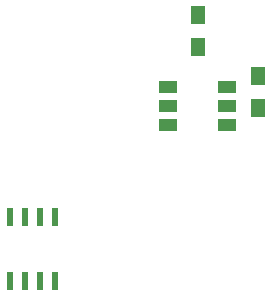
<source format=gtp>
G04 #@! TF.GenerationSoftware,KiCad,Pcbnew,5.0.0-rc2*
G04 #@! TF.CreationDate,2018-12-02T00:46:08-05:00*
G04 #@! TF.ProjectId,uno,756E6F2E6B696361645F706362000000,v1.0*
G04 #@! TF.SameCoordinates,Original*
G04 #@! TF.FileFunction,Paste,Top*
G04 #@! TF.FilePolarity,Positive*
%FSLAX46Y46*%
G04 Gerber Fmt 4.6, Leading zero omitted, Abs format (unit mm)*
G04 Created by KiCad (PCBNEW 5.0.0-rc2) date Sun Dec  2 00:46:08 2018*
%MOMM*%
%LPD*%
G01*
G04 APERTURE LIST*
%ADD10R,1.600000X1.000000*%
%ADD11R,0.600000X1.550000*%
%ADD12R,1.300000X1.500000*%
G04 APERTURE END LIST*
D10*
G04 #@! TO.C,LED1*
X76160000Y-73990000D03*
X76160000Y-72390000D03*
X76160000Y-70790000D03*
X71160000Y-73990000D03*
X71160000Y-72390000D03*
X71160000Y-70790000D03*
G04 #@! TD*
D11*
G04 #@! TO.C,U6*
X57785000Y-87155000D03*
X59055000Y-87155000D03*
X60325000Y-87155000D03*
X61595000Y-87155000D03*
X61595000Y-81755000D03*
X60325000Y-81755000D03*
X59055000Y-81755000D03*
X57785000Y-81755000D03*
G04 #@! TD*
D12*
G04 #@! TO.C,C1*
X78740000Y-69850000D03*
X78740000Y-72550000D03*
G04 #@! TD*
G04 #@! TO.C,R1*
X73660000Y-64690000D03*
X73660000Y-67390000D03*
G04 #@! TD*
M02*

</source>
